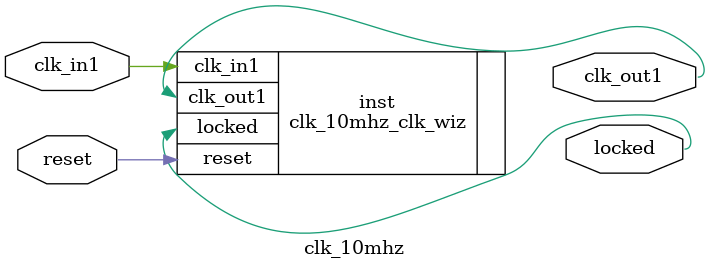
<source format=v>


`timescale 1ps/1ps

(* CORE_GENERATION_INFO = "clk_10mhz,clk_wiz_v6_0_4_0_0,{component_name=clk_10mhz,use_phase_alignment=true,use_min_o_jitter=false,use_max_i_jitter=false,use_dyn_phase_shift=false,use_inclk_switchover=false,use_dyn_reconfig=false,enable_axi=0,feedback_source=FDBK_AUTO,PRIMITIVE=MMCM,num_out_clk=1,clkin1_period=10.000,clkin2_period=10.000,use_power_down=false,use_reset=true,use_locked=true,use_inclk_stopped=false,feedback_type=SINGLE,CLOCK_MGR_TYPE=NA,manual_override=false}" *)

module clk_10mhz 
 (
  // Clock out ports
  output        clk_out1,
  // Status and control signals
  input         reset,
  output        locked,
 // Clock in ports
  input         clk_in1
 );

  clk_10mhz_clk_wiz inst
  (
  // Clock out ports  
  .clk_out1(clk_out1),
  // Status and control signals               
  .reset(reset), 
  .locked(locked),
 // Clock in ports
  .clk_in1(clk_in1)
  );

endmodule

</source>
